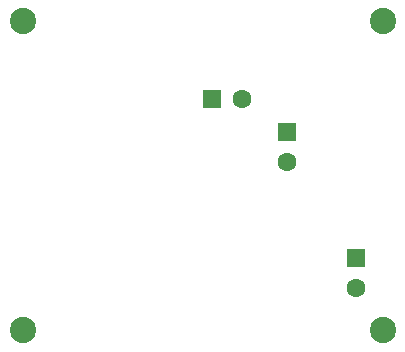
<source format=gbs>
G04 (created by PCBNEW (2013-03-31 BZR 4008)-stable) date 4/4/2013 9:15:26 PM*
%MOIN*%
G04 Gerber Fmt 3.4, Leading zero omitted, Abs format*
%FSLAX34Y34*%
G01*
G70*
G90*
G04 APERTURE LIST*
%ADD10C,0.000393701*%
%ADD11R,0.062874X0.062874*%
%ADD12C,0.062874*%
%ADD13C,0.087874*%
G04 APERTURE END LIST*
G54D10*
G54D11*
X9400Y7200D03*
G54D12*
X9400Y6200D03*
G54D11*
X11700Y3000D03*
G54D12*
X11700Y2000D03*
G54D11*
X6900Y8300D03*
G54D12*
X7900Y8300D03*
G54D13*
X600Y10900D03*
X12600Y10900D03*
X12600Y600D03*
X600Y600D03*
M02*

</source>
